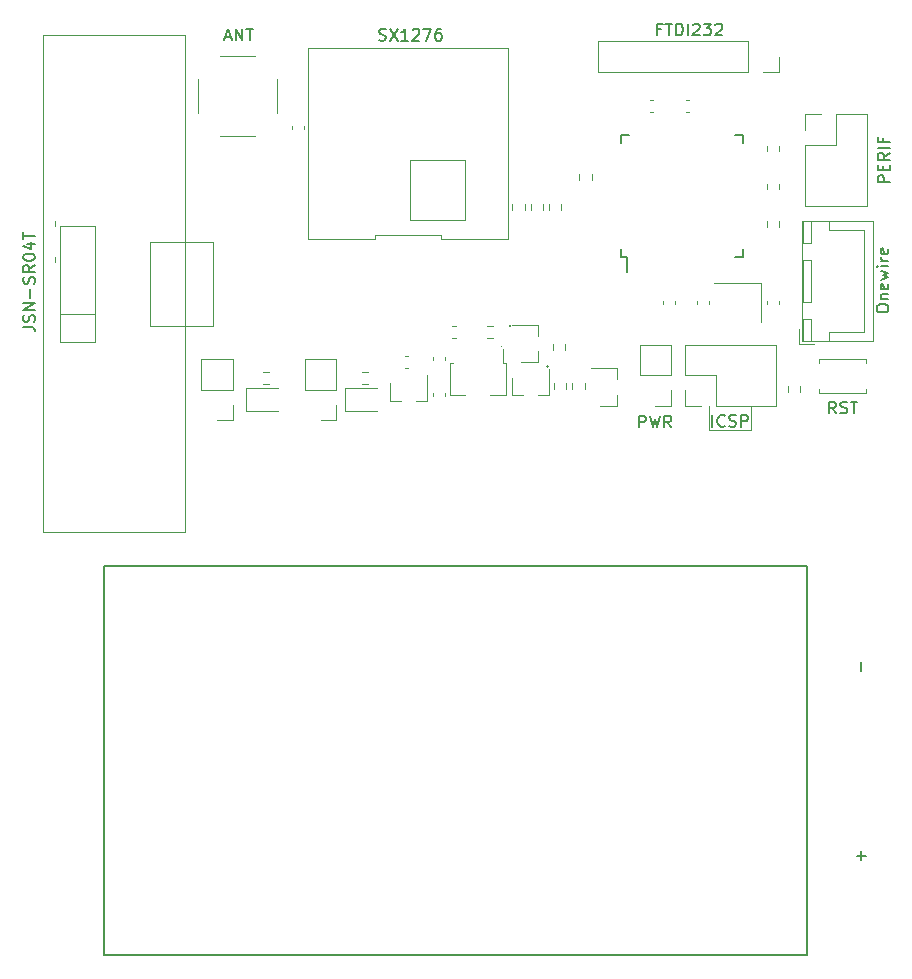
<source format=gbr>
%TF.GenerationSoftware,KiCad,Pcbnew,(5.1.7)-1*%
%TF.CreationDate,2021-03-01T21:41:40+01:00*%
%TF.ProjectId,mfm-v3-smd,6d666d2d-7633-42d7-936d-642e6b696361,rev?*%
%TF.SameCoordinates,Original*%
%TF.FileFunction,Legend,Top*%
%TF.FilePolarity,Positive*%
%FSLAX46Y46*%
G04 Gerber Fmt 4.6, Leading zero omitted, Abs format (unit mm)*
G04 Created by KiCad (PCBNEW (5.1.7)-1) date 2021-03-01 21:41:40*
%MOMM*%
%LPD*%
G01*
G04 APERTURE LIST*
%ADD10C,0.120000*%
%ADD11C,0.150000*%
%ADD12C,0.127000*%
G04 APERTURE END LIST*
D10*
X80975200Y-114249200D02*
X80975200Y-112242600D01*
X77419200Y-114249200D02*
X80975200Y-114249200D01*
X77419200Y-112242600D02*
X77419200Y-114249200D01*
D11*
X89900807Y-150284488D02*
X90662712Y-150284488D01*
X90281760Y-150665440D02*
X90281760Y-149903536D01*
X90292228Y-134630112D02*
X90292228Y-133868207D01*
X77672749Y-113980220D02*
X77672749Y-112980220D01*
X78720368Y-113884982D02*
X78672749Y-113932601D01*
X78529892Y-113980220D01*
X78434654Y-113980220D01*
X78291797Y-113932601D01*
X78196559Y-113837363D01*
X78148940Y-113742125D01*
X78101320Y-113551649D01*
X78101320Y-113408792D01*
X78148940Y-113218316D01*
X78196559Y-113123078D01*
X78291797Y-113027840D01*
X78434654Y-112980220D01*
X78529892Y-112980220D01*
X78672749Y-113027840D01*
X78720368Y-113075459D01*
X79101320Y-113932601D02*
X79244178Y-113980220D01*
X79482273Y-113980220D01*
X79577511Y-113932601D01*
X79625130Y-113884982D01*
X79672749Y-113789744D01*
X79672749Y-113694506D01*
X79625130Y-113599268D01*
X79577511Y-113551649D01*
X79482273Y-113504030D01*
X79291797Y-113456411D01*
X79196559Y-113408792D01*
X79148940Y-113361173D01*
X79101320Y-113265935D01*
X79101320Y-113170697D01*
X79148940Y-113075459D01*
X79196559Y-113027840D01*
X79291797Y-112980220D01*
X79529892Y-112980220D01*
X79672749Y-113027840D01*
X80101320Y-113980220D02*
X80101320Y-112980220D01*
X80482273Y-112980220D01*
X80577511Y-113027840D01*
X80625130Y-113075459D01*
X80672749Y-113170697D01*
X80672749Y-113313554D01*
X80625130Y-113408792D01*
X80577511Y-113456411D01*
X80482273Y-113504030D01*
X80101320Y-113504030D01*
X71465606Y-114038640D02*
X71465606Y-113038640D01*
X71846559Y-113038640D01*
X71941797Y-113086260D01*
X71989416Y-113133879D01*
X72037035Y-113229117D01*
X72037035Y-113371974D01*
X71989416Y-113467212D01*
X71941797Y-113514831D01*
X71846559Y-113562450D01*
X71465606Y-113562450D01*
X72370368Y-113038640D02*
X72608463Y-114038640D01*
X72798940Y-113324355D01*
X72989416Y-114038640D01*
X73227511Y-113038640D01*
X74179892Y-114038640D02*
X73846559Y-113562450D01*
X73608463Y-114038640D02*
X73608463Y-113038640D01*
X73989416Y-113038640D01*
X74084654Y-113086260D01*
X74132273Y-113133879D01*
X74179892Y-113229117D01*
X74179892Y-113371974D01*
X74132273Y-113467212D01*
X74084654Y-113514831D01*
X73989416Y-113562450D01*
X73608463Y-113562450D01*
D10*
X67212994Y-109237780D02*
G75*
G03*
X67212994Y-109237780I-52854J0D01*
G01*
X63763659Y-108874560D02*
G75*
G03*
X63763659Y-108874560I-70619J0D01*
G01*
X60600876Y-105437940D02*
G75*
G03*
X60600876Y-105437940I-65056J0D01*
G01*
X59826301Y-107147360D02*
G75*
G03*
X59826301Y-107147360I-29621J0D01*
G01*
X53444246Y-109418120D02*
G75*
G03*
X53444246Y-109418120I-61066J0D01*
G01*
X70697878Y-101297740D02*
G75*
G03*
X70697878Y-101297740I-19838J0D01*
G01*
D11*
X49441433Y-81240261D02*
X49584290Y-81287880D01*
X49822385Y-81287880D01*
X49917623Y-81240261D01*
X49965242Y-81192642D01*
X50012861Y-81097404D01*
X50012861Y-81002166D01*
X49965242Y-80906928D01*
X49917623Y-80859309D01*
X49822385Y-80811690D01*
X49631909Y-80764071D01*
X49536671Y-80716452D01*
X49489052Y-80668833D01*
X49441433Y-80573595D01*
X49441433Y-80478357D01*
X49489052Y-80383119D01*
X49536671Y-80335500D01*
X49631909Y-80287880D01*
X49870004Y-80287880D01*
X50012861Y-80335500D01*
X50346195Y-80287880D02*
X51012861Y-81287880D01*
X51012861Y-80287880D02*
X50346195Y-81287880D01*
X51917623Y-81287880D02*
X51346195Y-81287880D01*
X51631909Y-81287880D02*
X51631909Y-80287880D01*
X51536671Y-80430738D01*
X51441433Y-80525976D01*
X51346195Y-80573595D01*
X52298576Y-80383119D02*
X52346195Y-80335500D01*
X52441433Y-80287880D01*
X52679528Y-80287880D01*
X52774766Y-80335500D01*
X52822385Y-80383119D01*
X52870004Y-80478357D01*
X52870004Y-80573595D01*
X52822385Y-80716452D01*
X52250957Y-81287880D01*
X52870004Y-81287880D01*
X53203338Y-80287880D02*
X53870004Y-80287880D01*
X53441433Y-81287880D01*
X54679528Y-80287880D02*
X54489052Y-80287880D01*
X54393814Y-80335500D01*
X54346195Y-80383119D01*
X54250957Y-80525976D01*
X54203338Y-80716452D01*
X54203338Y-81097404D01*
X54250957Y-81192642D01*
X54298576Y-81240261D01*
X54393814Y-81287880D01*
X54584290Y-81287880D01*
X54679528Y-81240261D01*
X54727147Y-81192642D01*
X54774766Y-81097404D01*
X54774766Y-80859309D01*
X54727147Y-80764071D01*
X54679528Y-80716452D01*
X54584290Y-80668833D01*
X54393814Y-80668833D01*
X54298576Y-80716452D01*
X54250957Y-80764071D01*
X54203338Y-80859309D01*
X36400882Y-80986926D02*
X36877073Y-80986926D01*
X36305644Y-81272640D02*
X36638978Y-80272640D01*
X36972311Y-81272640D01*
X37305644Y-81272640D02*
X37305644Y-80272640D01*
X37877073Y-81272640D01*
X37877073Y-80272640D01*
X38210406Y-80272640D02*
X38781835Y-80272640D01*
X38496120Y-81272640D02*
X38496120Y-80272640D01*
X19315180Y-105525414D02*
X20029466Y-105525414D01*
X20172323Y-105573033D01*
X20267561Y-105668271D01*
X20315180Y-105811128D01*
X20315180Y-105906366D01*
X20267561Y-105096842D02*
X20315180Y-104953985D01*
X20315180Y-104715890D01*
X20267561Y-104620652D01*
X20219942Y-104573033D01*
X20124704Y-104525414D01*
X20029466Y-104525414D01*
X19934228Y-104573033D01*
X19886609Y-104620652D01*
X19838990Y-104715890D01*
X19791371Y-104906366D01*
X19743752Y-105001604D01*
X19696133Y-105049223D01*
X19600895Y-105096842D01*
X19505657Y-105096842D01*
X19410419Y-105049223D01*
X19362800Y-105001604D01*
X19315180Y-104906366D01*
X19315180Y-104668271D01*
X19362800Y-104525414D01*
X20315180Y-104096842D02*
X19315180Y-104096842D01*
X20315180Y-103525414D01*
X19315180Y-103525414D01*
X19934228Y-103049223D02*
X19934228Y-102287319D01*
X20267561Y-101858747D02*
X20315180Y-101715890D01*
X20315180Y-101477795D01*
X20267561Y-101382557D01*
X20219942Y-101334938D01*
X20124704Y-101287319D01*
X20029466Y-101287319D01*
X19934228Y-101334938D01*
X19886609Y-101382557D01*
X19838990Y-101477795D01*
X19791371Y-101668271D01*
X19743752Y-101763509D01*
X19696133Y-101811128D01*
X19600895Y-101858747D01*
X19505657Y-101858747D01*
X19410419Y-101811128D01*
X19362800Y-101763509D01*
X19315180Y-101668271D01*
X19315180Y-101430176D01*
X19362800Y-101287319D01*
X20315180Y-100287319D02*
X19838990Y-100620652D01*
X20315180Y-100858747D02*
X19315180Y-100858747D01*
X19315180Y-100477795D01*
X19362800Y-100382557D01*
X19410419Y-100334938D01*
X19505657Y-100287319D01*
X19648514Y-100287319D01*
X19743752Y-100334938D01*
X19791371Y-100382557D01*
X19838990Y-100477795D01*
X19838990Y-100858747D01*
X19315180Y-99668271D02*
X19315180Y-99573033D01*
X19362800Y-99477795D01*
X19410419Y-99430176D01*
X19505657Y-99382557D01*
X19696133Y-99334938D01*
X19934228Y-99334938D01*
X20124704Y-99382557D01*
X20219942Y-99430176D01*
X20267561Y-99477795D01*
X20315180Y-99573033D01*
X20315180Y-99668271D01*
X20267561Y-99763509D01*
X20219942Y-99811128D01*
X20124704Y-99858747D01*
X19934228Y-99906366D01*
X19696133Y-99906366D01*
X19505657Y-99858747D01*
X19410419Y-99811128D01*
X19362800Y-99763509D01*
X19315180Y-99668271D01*
X19648514Y-98477795D02*
X20315180Y-98477795D01*
X19267561Y-98715890D02*
X19981847Y-98953985D01*
X19981847Y-98334938D01*
X19315180Y-98096842D02*
X19315180Y-97525414D01*
X20315180Y-97811128D02*
X19315180Y-97811128D01*
X73312638Y-80329731D02*
X72979304Y-80329731D01*
X72979304Y-80853540D02*
X72979304Y-79853540D01*
X73455495Y-79853540D01*
X73693590Y-79853540D02*
X74265019Y-79853540D01*
X73979304Y-80853540D02*
X73979304Y-79853540D01*
X74598352Y-80853540D02*
X74598352Y-79853540D01*
X74836447Y-79853540D01*
X74979304Y-79901160D01*
X75074542Y-79996398D01*
X75122161Y-80091636D01*
X75169780Y-80282112D01*
X75169780Y-80424969D01*
X75122161Y-80615445D01*
X75074542Y-80710683D01*
X74979304Y-80805921D01*
X74836447Y-80853540D01*
X74598352Y-80853540D01*
X75598352Y-80853540D02*
X75598352Y-79853540D01*
X76026923Y-79948779D02*
X76074542Y-79901160D01*
X76169780Y-79853540D01*
X76407876Y-79853540D01*
X76503114Y-79901160D01*
X76550733Y-79948779D01*
X76598352Y-80044017D01*
X76598352Y-80139255D01*
X76550733Y-80282112D01*
X75979304Y-80853540D01*
X76598352Y-80853540D01*
X76931685Y-79853540D02*
X77550733Y-79853540D01*
X77217400Y-80234493D01*
X77360257Y-80234493D01*
X77455495Y-80282112D01*
X77503114Y-80329731D01*
X77550733Y-80424969D01*
X77550733Y-80663064D01*
X77503114Y-80758302D01*
X77455495Y-80805921D01*
X77360257Y-80853540D01*
X77074542Y-80853540D01*
X76979304Y-80805921D01*
X76931685Y-80758302D01*
X77931685Y-79948779D02*
X77979304Y-79901160D01*
X78074542Y-79853540D01*
X78312638Y-79853540D01*
X78407876Y-79901160D01*
X78455495Y-79948779D01*
X78503114Y-80044017D01*
X78503114Y-80139255D01*
X78455495Y-80282112D01*
X77884066Y-80853540D01*
X78503114Y-80853540D01*
X91573100Y-104053330D02*
X91573100Y-103862854D01*
X91620720Y-103767616D01*
X91715958Y-103672378D01*
X91906434Y-103624759D01*
X92239767Y-103624759D01*
X92430243Y-103672378D01*
X92525481Y-103767616D01*
X92573100Y-103862854D01*
X92573100Y-104053330D01*
X92525481Y-104148568D01*
X92430243Y-104243806D01*
X92239767Y-104291425D01*
X91906434Y-104291425D01*
X91715958Y-104243806D01*
X91620720Y-104148568D01*
X91573100Y-104053330D01*
X91906434Y-103196187D02*
X92573100Y-103196187D01*
X92001672Y-103196187D02*
X91954053Y-103148568D01*
X91906434Y-103053330D01*
X91906434Y-102910473D01*
X91954053Y-102815235D01*
X92049291Y-102767616D01*
X92573100Y-102767616D01*
X92525481Y-101910473D02*
X92573100Y-102005711D01*
X92573100Y-102196187D01*
X92525481Y-102291425D01*
X92430243Y-102339044D01*
X92049291Y-102339044D01*
X91954053Y-102291425D01*
X91906434Y-102196187D01*
X91906434Y-102005711D01*
X91954053Y-101910473D01*
X92049291Y-101862854D01*
X92144529Y-101862854D01*
X92239767Y-102339044D01*
X91906434Y-101529520D02*
X92573100Y-101339044D01*
X92096910Y-101148568D01*
X92573100Y-100958092D01*
X91906434Y-100767616D01*
X92573100Y-100386663D02*
X91906434Y-100386663D01*
X91573100Y-100386663D02*
X91620720Y-100434282D01*
X91668339Y-100386663D01*
X91620720Y-100339044D01*
X91573100Y-100386663D01*
X91668339Y-100386663D01*
X92573100Y-99910473D02*
X91906434Y-99910473D01*
X92096910Y-99910473D02*
X92001672Y-99862854D01*
X91954053Y-99815235D01*
X91906434Y-99719997D01*
X91906434Y-99624759D01*
X92525481Y-98910473D02*
X92573100Y-99005711D01*
X92573100Y-99196187D01*
X92525481Y-99291425D01*
X92430243Y-99339044D01*
X92049291Y-99339044D01*
X91954053Y-99291425D01*
X91906434Y-99196187D01*
X91906434Y-99005711D01*
X91954053Y-98910473D01*
X92049291Y-98862854D01*
X92144529Y-98862854D01*
X92239767Y-99339044D01*
X88126320Y-112857540D02*
X87792987Y-112381350D01*
X87554892Y-112857540D02*
X87554892Y-111857540D01*
X87935844Y-111857540D01*
X88031082Y-111905160D01*
X88078701Y-111952779D01*
X88126320Y-112048017D01*
X88126320Y-112190874D01*
X88078701Y-112286112D01*
X88031082Y-112333731D01*
X87935844Y-112381350D01*
X87554892Y-112381350D01*
X88507273Y-112809921D02*
X88650130Y-112857540D01*
X88888225Y-112857540D01*
X88983463Y-112809921D01*
X89031082Y-112762302D01*
X89078701Y-112667064D01*
X89078701Y-112571826D01*
X89031082Y-112476588D01*
X88983463Y-112428969D01*
X88888225Y-112381350D01*
X88697749Y-112333731D01*
X88602511Y-112286112D01*
X88554892Y-112238493D01*
X88507273Y-112143255D01*
X88507273Y-112048017D01*
X88554892Y-111952779D01*
X88602511Y-111905160D01*
X88697749Y-111857540D01*
X88935844Y-111857540D01*
X89078701Y-111905160D01*
X89364416Y-111857540D02*
X89935844Y-111857540D01*
X89650130Y-112857540D02*
X89650130Y-111857540D01*
X92674700Y-93272692D02*
X91674700Y-93272692D01*
X91674700Y-92891740D01*
X91722320Y-92796501D01*
X91769939Y-92748882D01*
X91865177Y-92701263D01*
X92008034Y-92701263D01*
X92103272Y-92748882D01*
X92150891Y-92796501D01*
X92198510Y-92891740D01*
X92198510Y-93272692D01*
X92150891Y-92272692D02*
X92150891Y-91939359D01*
X92674700Y-91796501D02*
X92674700Y-92272692D01*
X91674700Y-92272692D01*
X91674700Y-91796501D01*
X92674700Y-90796501D02*
X92198510Y-91129835D01*
X92674700Y-91367930D02*
X91674700Y-91367930D01*
X91674700Y-90986978D01*
X91722320Y-90891740D01*
X91769939Y-90844120D01*
X91865177Y-90796501D01*
X92008034Y-90796501D01*
X92103272Y-90844120D01*
X92150891Y-90891740D01*
X92198510Y-90986978D01*
X92198510Y-91367930D01*
X92674700Y-90367930D02*
X91674700Y-90367930D01*
X92150891Y-89558406D02*
X92150891Y-89891740D01*
X92674700Y-89891740D02*
X91674700Y-89891740D01*
X91674700Y-89415549D01*
D10*
%TO.C,SW4*%
X37042400Y-108245600D02*
X34382400Y-108245600D01*
X37042400Y-110845600D02*
X37042400Y-108245600D01*
X34382400Y-110845600D02*
X34382400Y-108245600D01*
X37042400Y-110845600D02*
X34382400Y-110845600D01*
X37042400Y-112115600D02*
X37042400Y-113445600D01*
X37042400Y-113445600D02*
X35712400Y-113445600D01*
%TO.C,SW3*%
X45830800Y-108245600D02*
X43170800Y-108245600D01*
X45830800Y-110845600D02*
X45830800Y-108245600D01*
X43170800Y-110845600D02*
X43170800Y-108245600D01*
X45830800Y-110845600D02*
X43170800Y-110845600D01*
X45830800Y-112115600D02*
X45830800Y-113445600D01*
X45830800Y-113445600D02*
X44500800Y-113445600D01*
%TO.C,R16*%
X39640742Y-109307100D02*
X40115258Y-109307100D01*
X39640742Y-110352100D02*
X40115258Y-110352100D01*
%TO.C,R15*%
X48022742Y-109307100D02*
X48497258Y-109307100D01*
X48022742Y-110352100D02*
X48497258Y-110352100D01*
%TO.C,D2*%
X40878000Y-110698400D02*
X38193000Y-110698400D01*
X38193000Y-110698400D02*
X38193000Y-112618400D01*
X38193000Y-112618400D02*
X40878000Y-112618400D01*
%TO.C,D1*%
X49260000Y-110698400D02*
X46575000Y-110698400D01*
X46575000Y-110698400D02*
X46575000Y-112618400D01*
X46575000Y-112618400D02*
X49260000Y-112618400D01*
D12*
%TO.C,J5*%
X26140000Y-158700000D02*
X26140000Y-125780000D01*
X85650000Y-158700000D02*
X26140000Y-158700000D01*
X85650000Y-125780000D02*
X85650000Y-158700000D01*
X26140000Y-125780000D02*
X85650000Y-125780000D01*
D11*
%TO.C,U5*%
X69894700Y-99624900D02*
X70469700Y-99624900D01*
X69894700Y-89274900D02*
X70569700Y-89274900D01*
X80244700Y-89274900D02*
X79569700Y-89274900D01*
X80244700Y-99624900D02*
X79569700Y-99624900D01*
X69894700Y-99624900D02*
X69894700Y-98949900D01*
X80244700Y-99624900D02*
X80244700Y-98949900D01*
X80244700Y-89274900D02*
X80244700Y-89949900D01*
X69894700Y-89274900D02*
X69894700Y-89949900D01*
X70469700Y-99624900D02*
X70469700Y-100899900D01*
D10*
%TO.C,J12*%
X80721200Y-81321600D02*
X80721200Y-83981600D01*
X80721200Y-81321600D02*
X67961200Y-81321600D01*
X67961200Y-81321600D02*
X67961200Y-83981600D01*
X80721200Y-83981600D02*
X67961200Y-83981600D01*
X83321200Y-83981600D02*
X81991200Y-83981600D01*
X83321200Y-82651600D02*
X83321200Y-83981600D01*
%TO.C,R12*%
X83326500Y-90661258D02*
X83326500Y-90186742D01*
X82281500Y-90661258D02*
X82281500Y-90186742D01*
%TO.C,R11*%
X67451500Y-92599742D02*
X67451500Y-93074258D01*
X66406500Y-92599742D02*
X66406500Y-93074258D01*
%TO.C,C10*%
X74525600Y-103301220D02*
X74525600Y-103582380D01*
X73505600Y-103301220D02*
X73505600Y-103582380D01*
%TO.C,J10*%
X83092600Y-112226400D02*
X83092600Y-107026400D01*
X77952600Y-112226400D02*
X83092600Y-112226400D01*
X75352600Y-107026400D02*
X83092600Y-107026400D01*
X77952600Y-112226400D02*
X77952600Y-109626400D01*
X77952600Y-109626400D02*
X75352600Y-109626400D01*
X75352600Y-109626400D02*
X75352600Y-107026400D01*
X76682600Y-112226400D02*
X75352600Y-112226400D01*
X75352600Y-112226400D02*
X75352600Y-110896400D01*
%TO.C,SW1*%
X74177200Y-107026400D02*
X71517200Y-107026400D01*
X74177200Y-109626400D02*
X74177200Y-107026400D01*
X71517200Y-109626400D02*
X71517200Y-107026400D01*
X74177200Y-109626400D02*
X71517200Y-109626400D01*
X74177200Y-110896400D02*
X74177200Y-112226400D01*
X74177200Y-112226400D02*
X72847200Y-112226400D01*
%TO.C,J7*%
X85538000Y-95259200D02*
X90738000Y-95259200D01*
X85538000Y-90119200D02*
X85538000Y-95259200D01*
X90738000Y-87519200D02*
X90738000Y-95259200D01*
X85538000Y-90119200D02*
X88138000Y-90119200D01*
X88138000Y-90119200D02*
X88138000Y-87519200D01*
X88138000Y-87519200D02*
X90738000Y-87519200D01*
X85538000Y-88849200D02*
X85538000Y-87519200D01*
X85538000Y-87519200D02*
X86868000Y-87519200D01*
%TO.C,R13*%
X82281500Y-93387142D02*
X82281500Y-93861658D01*
X83326500Y-93387142D02*
X83326500Y-93861658D01*
%TO.C,U4*%
X56683400Y-91401000D02*
X56683400Y-96481000D01*
X52047900Y-91401000D02*
X56683400Y-91401000D01*
X52047900Y-96481000D02*
X52047900Y-91401000D01*
X56683400Y-96481000D02*
X52047900Y-96481000D01*
X54728833Y-98078600D02*
X60395500Y-98078600D01*
X54728833Y-97718600D02*
X54728833Y-98078600D01*
X49062167Y-97718600D02*
X54728833Y-97718600D01*
X49062167Y-98078600D02*
X49062167Y-97718600D01*
X43395500Y-98078599D02*
X49062167Y-98078600D01*
X43395500Y-81878600D02*
X43395500Y-98078599D01*
X60395500Y-81878601D02*
X43395500Y-81878600D01*
X60395500Y-98078600D02*
X60395500Y-81878601D01*
%TO.C,SW2*%
X90671400Y-110757200D02*
X90671400Y-111127200D01*
X86671400Y-110757200D02*
X86671400Y-111127200D01*
X86671400Y-111127200D02*
X90671400Y-111127200D01*
X90671400Y-108227200D02*
X90671400Y-108597200D01*
X86671400Y-108227200D02*
X90671400Y-108227200D01*
X86671400Y-108227200D02*
X86671400Y-108597200D01*
%TO.C,R7*%
X63347500Y-95614258D02*
X63347500Y-95139742D01*
X62302500Y-95614258D02*
X62302500Y-95139742D01*
%TO.C,J11*%
X22414100Y-106827500D02*
X22414100Y-97007500D01*
X22414100Y-97007500D02*
X25414100Y-97007500D01*
X25414100Y-97007500D02*
X25414100Y-106827500D01*
X25414100Y-106827500D02*
X22414100Y-106827500D01*
X22414100Y-104457500D02*
X25414100Y-104457500D01*
X20993100Y-122872500D02*
X20993100Y-80835500D01*
X20993100Y-80835500D02*
X32994600Y-80835500D01*
X32994600Y-80835500D02*
X32994600Y-122872500D01*
X32994600Y-122872500D02*
X20993100Y-122872500D01*
X30073600Y-105410000D02*
X30073600Y-98298000D01*
X30073600Y-98298000D02*
X35407600Y-98298000D01*
X35407600Y-98298000D02*
X35407600Y-105410000D01*
X35407600Y-105410000D02*
X30073600Y-105410000D01*
%TO.C,C5*%
X42047700Y-88530820D02*
X42047700Y-88811980D01*
X43067700Y-88530820D02*
X43067700Y-88811980D01*
%TO.C,U2*%
X56747700Y-111286400D02*
X55437700Y-111286400D01*
X55437700Y-111286400D02*
X55437700Y-108566400D01*
X59927700Y-107426400D02*
X59927700Y-108566400D01*
X60157700Y-111286400D02*
X58847700Y-111286400D01*
X60157700Y-108566400D02*
X60157700Y-111286400D01*
X60157700Y-108566400D02*
X59927700Y-108566400D01*
X55437700Y-108566400D02*
X55667700Y-108566400D01*
%TO.C,R14*%
X58589142Y-105436100D02*
X59063658Y-105436100D01*
X58589142Y-106481100D02*
X59063658Y-106481100D01*
%TO.C,R4*%
X64145900Y-107450658D02*
X64145900Y-106976142D01*
X65190900Y-107450658D02*
X65190900Y-106976142D01*
%TO.C,R3*%
X65796900Y-110752658D02*
X65796900Y-110278142D01*
X66841900Y-110752658D02*
X66841900Y-110278142D01*
%TO.C,R2*%
X65305200Y-110278142D02*
X65305200Y-110752658D01*
X64260200Y-110278142D02*
X64260200Y-110752658D01*
%TO.C,Q3*%
X62888400Y-108488600D02*
X62888400Y-107558600D01*
X62888400Y-105328600D02*
X62888400Y-106258600D01*
X62888400Y-105328600D02*
X60728400Y-105328600D01*
X62888400Y-108488600D02*
X61428400Y-108488600D01*
%TO.C,Q2*%
X69581300Y-112197000D02*
X69581300Y-111267000D01*
X69581300Y-109037000D02*
X69581300Y-109967000D01*
X69581300Y-109037000D02*
X67421300Y-109037000D01*
X69581300Y-112197000D02*
X68121300Y-112197000D01*
%TO.C,Q1*%
X60662700Y-111275400D02*
X61592700Y-111275400D01*
X63822700Y-111275400D02*
X62892700Y-111275400D01*
X63822700Y-111275400D02*
X63822700Y-109115400D01*
X60662700Y-111275400D02*
X60662700Y-109815400D01*
%TO.C,C4*%
X53985700Y-108344580D02*
X53985700Y-108063420D01*
X55005700Y-108344580D02*
X55005700Y-108063420D01*
%TO.C,C3*%
X55637820Y-105448600D02*
X55918980Y-105448600D01*
X55637820Y-106468600D02*
X55918980Y-106468600D01*
%TO.C,Y1*%
X81768700Y-105116900D02*
X81768700Y-101816900D01*
X81768700Y-101816900D02*
X77768700Y-101816900D01*
%TO.C,U1*%
X50375700Y-111774300D02*
X50375700Y-110314300D01*
X53535700Y-111774300D02*
X53535700Y-109614300D01*
X53535700Y-111774300D02*
X52605700Y-111774300D01*
X50375700Y-111774300D02*
X51305700Y-111774300D01*
%TO.C,R10*%
X85104500Y-110569742D02*
X85104500Y-111044258D01*
X84059500Y-110569742D02*
X84059500Y-111044258D01*
%TO.C,R9*%
X22010900Y-96536742D02*
X22010900Y-97011258D01*
X20965900Y-96536742D02*
X20965900Y-97011258D01*
%TO.C,R8*%
X64886100Y-95614258D02*
X64886100Y-95139742D01*
X63841100Y-95614258D02*
X63841100Y-95139742D01*
%TO.C,R6*%
X22010900Y-99584742D02*
X22010900Y-100059258D01*
X20965900Y-99584742D02*
X20965900Y-100059258D01*
%TO.C,R5*%
X61787300Y-95614258D02*
X61787300Y-95139742D01*
X60742300Y-95614258D02*
X60742300Y-95139742D01*
%TO.C,R1*%
X82281500Y-97062158D02*
X82281500Y-96587642D01*
X83326500Y-97062158D02*
X83326500Y-96587642D01*
%TO.C,J13*%
X36015000Y-89334000D02*
X38915000Y-89334000D01*
X36015000Y-82624000D02*
X38915000Y-82624000D01*
X40820000Y-87429000D02*
X40820000Y-84529000D01*
X34110000Y-87429000D02*
X34110000Y-84529000D01*
%TO.C,J8*%
X85297000Y-106700000D02*
X91267000Y-106700000D01*
X91267000Y-106700000D02*
X91267000Y-96580000D01*
X91267000Y-96580000D02*
X85297000Y-96580000D01*
X85297000Y-96580000D02*
X85297000Y-106700000D01*
X85307000Y-103390000D02*
X86057000Y-103390000D01*
X86057000Y-103390000D02*
X86057000Y-99890000D01*
X86057000Y-99890000D02*
X85307000Y-99890000D01*
X85307000Y-99890000D02*
X85307000Y-103390000D01*
X85307000Y-106690000D02*
X86057000Y-106690000D01*
X86057000Y-106690000D02*
X86057000Y-104890000D01*
X86057000Y-104890000D02*
X85307000Y-104890000D01*
X85307000Y-104890000D02*
X85307000Y-106690000D01*
X85307000Y-98390000D02*
X86057000Y-98390000D01*
X86057000Y-98390000D02*
X86057000Y-96590000D01*
X86057000Y-96590000D02*
X85307000Y-96590000D01*
X85307000Y-96590000D02*
X85307000Y-98390000D01*
X87557000Y-106690000D02*
X87557000Y-105940000D01*
X87557000Y-105940000D02*
X90507000Y-105940000D01*
X90507000Y-105940000D02*
X90507000Y-101640000D01*
X87557000Y-96590000D02*
X87557000Y-97340000D01*
X87557000Y-97340000D02*
X90507000Y-97340000D01*
X90507000Y-97340000D02*
X90507000Y-101640000D01*
X85007000Y-105740000D02*
X85007000Y-106990000D01*
X85007000Y-106990000D02*
X86257000Y-106990000D01*
%TO.C,C11*%
X72389120Y-86319900D02*
X72670280Y-86319900D01*
X72389120Y-87339900D02*
X72670280Y-87339900D01*
%TO.C,C9*%
X75437120Y-86319900D02*
X75718280Y-86319900D01*
X75437120Y-87339900D02*
X75718280Y-87339900D01*
%TO.C,C8*%
X77357700Y-103326320D02*
X77357700Y-103607480D01*
X76337700Y-103326320D02*
X76337700Y-103607480D01*
%TO.C,C7*%
X82306700Y-103607480D02*
X82306700Y-103326320D01*
X83326700Y-103607480D02*
X83326700Y-103326320D01*
%TO.C,C2*%
X51921280Y-107986100D02*
X51640120Y-107986100D01*
X51921280Y-109006100D02*
X51640120Y-109006100D01*
%TO.C,C1*%
X53985700Y-111098720D02*
X53985700Y-111379880D01*
X55005700Y-111098720D02*
X55005700Y-111379880D01*
%TD*%
M02*

</source>
